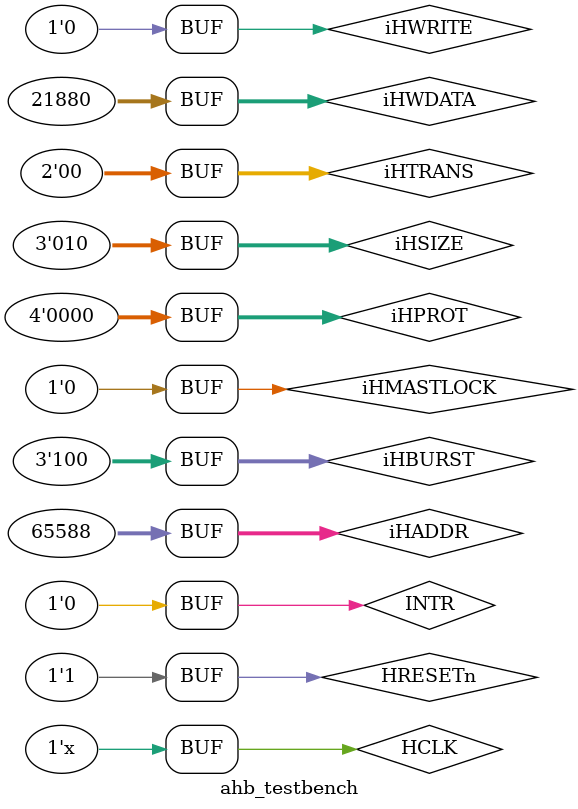
<source format=v>
`timescale 1ns / 1ps



module ahb_testbench;


/*****************************************************
                    AHB MASTER
******************************************************/
	// Inputs
	// these three signals will come from mux
	//reg HREADY;
	//reg HRESP;
	//reg [31:0] HRDATA;
	reg HRESETn; // global signals
	reg HCLK;    // glocal signal	
	reg [2:0] iHBURST;
	reg [1:0] iHTRANS;
	reg [2:0] iHSIZE;
	reg [3:0] iHPROT;
	reg iHMASTLOCK;
	reg [31:0] iHADDR;
	reg[31:0] iHWDATA; 
	reg iHWRITE;

	// Outputs
	wire [31:0] HADDR;
	wire HWRITE;
	wire [2:0] HSIZE;
	wire [2:0] HBURST;
	wire [3:0] HPROT;
	wire [1:0] HTRANS;
	wire HMASTLOCK;
	wire [31:0] HWDATA;
	wire[31:0] dataFetched;
	wire[15:0] parityBits;
	
	
	// Instantiate the Unit Under Test (UUT)
	ahb_master uut (
		.HREADY(HREADY), 
		.HRESP(HRESP), 
		.HRESETn(HRESETn), 
		.HCLK(HCLK), 
		.HRDATA(HRDATA), 
		.HADDR(HADDR), 
		.HWRITE(HWRITE), 
		.HSIZE(HSIZE), 
		.HBURST(HBURST), 
		.HPROT(HPROT), 
		.HTRANS(HTRANS), 
		.HMASTLOCK(HMASTLOCK), 
		.HWDATA(HWDATA), 
		.iHBURST(iHBURST), 
		.iHTRANS(iHTRANS), 
		.iHSIZE(iHSIZE), 
		.iHPROT(iHPROT), 
		.iHMASTLOCK(iHMASTLOCK), 
		.iHADDR(iHADDR), 
		.iHWDATA(iHWDATA), 
		.iHWRITE(iHWRITE), 
		.dataFetched(dataFetched),
		.parityBits(parityBits)
		
	);
	
	
	/****************************************************************
	                       AHB Slave
	****************************************************************/	
	wire[31:0] HRDATA1,HRDATA2,HRDATA3,HRDATA4;
	reg INTR;
	wire HRESP1,HRESP2,HRESP3,HRESP4,HREADY1,HREADY2,HREADY3,HREADY4;
	ahbSlave sl (
	  .HADDR(HADDR),
	  .HWDATA(HWDATA),
	  .HTRANS(HTRANS),
	  .HBURST(HBURST),
	  .HWRITE(HWRITE),
	  .HSIZE(HSIZE),
	  .HCLK(HCLK),
	  .HRESETn(HRESETn),
	  .HREADYOUT(HREADY1),
	  .HRESP(HRESP1),
	  .HRDATA(HRDATA1),
	  .INTR(INTR),
	  .HREADYIN(HREADY),
	  .HSEL_S1(HSEL_S1),
	  .parityBits(parityBits)
	);
	ahbSlave s2(
	  .HADDR(HADDR),
	  .HWDATA(HWDATA),
	  .HTRANS(HTRANS),
	  .HBURST(HBURST),
	  .HWRITE(HWRITE),
	  .HSIZE(HSIZE),
	  .HCLK(HCLK),
	  .HRESETn(HRESETn),	
     .HREADYOUT(HREADY2),
	  .HRESP(HRESP2),
	  .HRDATA(HRDATA2),
     .INTR(INTR),
	  .HREADYIN(HREADY),
	  .HSEL_S1(HSEL_S2),
	  .parityBits(parityBits)
	);
	ahbSlave s3(
	  .HADDR(HADDR),
	  .HWDATA(HWDATA),
	  .HTRANS(HTRANS),
	  .HBURST(HBURST),
	  .HWRITE(HWRITE),
	  .HSIZE(HSIZE),
	  .HCLK(HCLK),
	  .HRESETn(HRESETn),	
     .HREADYOUT(HREADY3),
	  .HRESP(HRESP3),
	  .HRDATA(HRDATA3),
     .INTR(INTR),
	  .HREADYIN(HREADY),
	  .HSEL_S1(HSEL_S3),
	  .parityBits(parityBits)
	);
	ahbSlave s4(
	  .HADDR(HADDR),
	  .HWDATA(HWDATA),
	  .HTRANS(HTRANS),
	  .HBURST(HBURST),
	  .HWRITE(HWRITE),
	  .HSIZE(HSIZE),
	  .HCLK(HCLK), 
	  .HRESETn(HRESETn),	
     .HREADYOUT(HREADY4),
	  .HRESP(HRESP4),
	  .HRDATA(HRDATA4),	  
	  .INTR(INTR),
	  .HREADYIN(HREADY),
	  .HSEL_S1(HSEL_S4),
	  .parityBits(parityBits)
	);
	/****************************************************************
	                MULTIPLEXER
	****************************************************************/
	//outputs
	wire HRESP,HREADY;
	wire[31:0] HRDATA;
	
	mux m( .HRDATA1(HRDATA1),
			 .HRESP1(HRESP1),
			 .HREADY1(HREADY1),
			 
			 .HRDATA2(HRDATA2),
			 .HRESP2(HRESP2),
			 .HREADY2(HREADY2),
			 
			 .HRDATA3(HRDATA3),
			 .HRESP3(HRESP3),
			 .HREADY3(HREADY3),
			 
			 .HRDATA4(HRDATA4),
			 .HRESP4(HRESP4),
			 .HREADY4(HREADY4),
			 
			 .addr(addr),
			 .HRESP(HRESP),
			 .HRDATA(HRDATA),
			 .HREADY(HREADY)
	  
	);
	
	/*********************************************************************
	                            DECODER
	********************************************************************/
	//outputs
	wire HSEL_S1,HSEL_S2,HSEL_S3,HSEL_S4;
	wire[1:0] addr;
	
	decoder d(
	  .HCLK(HCLK),
	  .HADDR(HADDR),
	  .HSEL_S1(HSEL_S1),
	  .HSEL_S2(HSEL_S2),
	  .HSEL_S3(HSEL_S3),
	  .HSEL_S4(HSEL_S4),  
	  .addr(addr)
	
	);
	

	
	parameter
			SINGLE='b000,
			INCR='b001,
			WRAP4='b010,
			INCR4='b011,
			WRAP8='b100,
			INCR8='b101,
			WRAP16='b110,
			INCR16='b111;
			
	parameter
			IDLE='b00,
			BUSY='b01,
			NONSEQ='b10,
			SEQ='b11;
			
	initial begin 
		// Initialize Inputs
		{s4.memory[35],s4.memory[34],s4.memory[33],s4.memory[32]}= 'h6723_3422;
		{s4.memory[39],s4.memory[38],s4.memory[37],s4.memory[36]}= 'hffaa_3253;
		{s4.memory[43],s4.memory[42],s4.memory[41],s4.memory[40]}= 'hff11_3233;
		{s4.memory[47],s4.memory[46],s4.memory[45],s4.memory[44]}= 'haaef_3422;
		
		{s2.memory[71],s2.memory[70],s2.memory[69],s2.memory[68]}= 'h6723_3422;
		{s2.memory[75],s2.memory[74],s2.memory[73],s2.memory[72]}= 'hffaa_3253;
		
		{s2.memory['h23],s2.memory['h22],s2.memory['h21],s2.memory['h20]}= $random;
		{s2.memory['h27],s2.memory['h26],s2.memory['h25],s2.memory['h24]}= $random;
		{s2.memory['h2b],s2.memory['h2a],s2.memory['h29],s2.memory['h28]}= $random;
		{s2.memory['h2f],s2.memory['h2e],s2.memory['h2d],s2.memory['h2c]}= $random;
		{s2.memory['h33],s2.memory['h32],s2.memory['h31],s2.memory['h30]}= $random;
		
	
		
		HRESETn = 0;
		HCLK = 0;
		INTR=0;
		iHBURST = 0;
		iHTRANS = 0;
		iHSIZE = 0;
		iHPROT = 0;
		iHMASTLOCK = 0;
		iHADDR = 0;
		iHWRITE = 0;
		
		#2 HRESETn=1; iHTRANS=NONSEQ; iHBURST=INCR4; iHSIZE='b010; iHADDR='h7efa_1234; iHWRITE=1;
		#2 iHTRANS=SEQ; iHWDATA='h3424_2343;
		#2 iHTRANS=NONSEQ;
		
		//WRAP4 BURST Transfer
		#2 HRESETn=1; iHTRANS=NONSEQ; iHBURST=WRAP4; iHSIZE='b010; iHADDR='h7efa_1234; iHWRITE=1; 
		#2 iHTRANS=SEQ; iHWDATA='h7654_5576;
		#2 iHTRANS=SEQ; iHWDATA='h5345_1234;
		#2 iHTRANS=SEQ; iHWDATA='h2242_1733;
		#2 iHTRANS=SEQ; iHWDATA='h6672_7782; 
		
		//10ns time spent 
		//starting a new burst
		 iHTRANS=NONSEQ; iHADDR='h7efa_1230; iHBURST=INCR; iHSIZE='b010; iHWRITE=0;
      #2 iHTRANS=BUSY;
      #2 iHTRANS=SEQ;
      #2 iHTRANS=SEQ;
      #2 iHTRANS=SEQ;
      #1.1 INTR=1;
      #2 INTR=0;

      //21.1ns time spent
		//starting a new burst
		iHTRANS=NONSEQ;  iHWRITE=1; iHADDR='h0000_0038; iHBURST=WRAP4; iHSIZE='b010;
		#2 iHTRANS=SEQ; iHWDATA='h7697_27fe;
		#2 INTR=1;
		#2 INTR=0; iHTRANS=SEQ;  iHWDATA='h5768_1263; 
		#2 iHTRANS=SEQ; iHWDATA='h6682_7723;
		#2  iHWDATA='h9977_7723;
      		
		//31.1ns time spent
      //starting new burst
		iHTRANS=NONSEQ; iHADDR='h0001_0034; iHWRITE=1; iHSIZE='h001; iHBURST=INCR8;
		#2 iHTRANS=SEQ; iHWDATA='h8732;
		#2 iHTRANS=SEQ; iHWDATA='h6743;
		#2 iHTRANS=SEQ; iHWDATA='haf31;
		#2 iHTRANS=SEQ; iHWDATA='h9563;
		#2 iHTRANS=SEQ; iHWDATA='h27a3;
		#2 iHTRANS=SEQ; iHWDATA='ha233;
		#2 iHTRANS=SEQ; iHWDATA='h822a;
		#2 iHWDATA='h5578;
		
		//47.1ns time spent
		//starting new burst
		iHTRANS=NONSEQ; iHADDR='h0003_0020; iHSIZE='b010; iHWRITE=0; iHBURST=INCR4;
		#2 iHTRANS=SEQ; 
		#2 iHTRANS=BUSY;
		#2 iHTRANS=BUSY; INTR=1;
		#2 iHTRANS=SEQ;
		#2 iHTRANS=SEQ; INTR=0;
			
		
		//57.1ns time spent
		//starting new burst
		#4 iHTRANS= NONSEQ;	iHADDR='h0001_0034; iHWRITE=0; iHBURST=WRAP8; iHSIZE='b010;
      #2 iHTRANS=SEQ;	
      #2 iHTRANS=SEQ;
		#2 iHTRANS=SEQ;
		#2 iHTRANS=SEQ;
		#2 iHTRANS=SEQ;
		#2 iHTRANS=SEQ;
		#2 iHTRANS=SEQ;
		#2 iHTRANS=IDLE;
		
 
	end 
	
	always #1 HCLK=~HCLK;
      
endmodule


</source>
